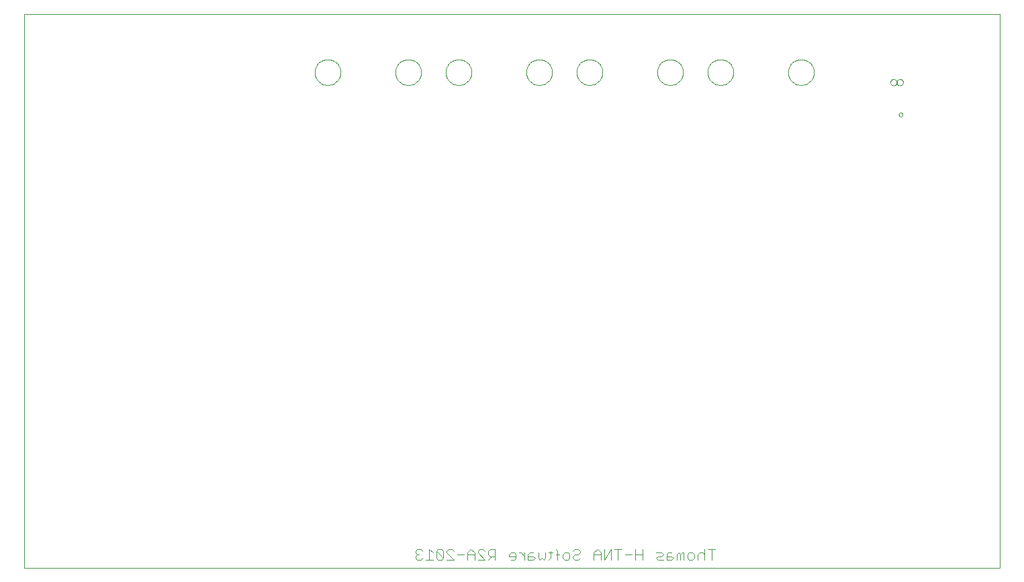
<source format=gbo>
G75*
G70*
%OFA0B0*%
%FSLAX24Y24*%
%IPPOS*%
%LPD*%
%AMOC8*
5,1,8,0,0,1.08239X$1,22.5*
%
%ADD10C,0.0000*%
%ADD11C,0.0040*%
D10*
X025613Y013467D02*
X025613Y041026D01*
X074038Y041026D01*
X074038Y013467D01*
X025613Y013467D01*
X069017Y036021D02*
X069019Y036040D01*
X069024Y036059D01*
X069034Y036075D01*
X069046Y036090D01*
X069061Y036102D01*
X069077Y036112D01*
X069096Y036117D01*
X069115Y036119D01*
X069134Y036117D01*
X069153Y036112D01*
X069169Y036102D01*
X069184Y036090D01*
X069196Y036075D01*
X069206Y036059D01*
X069211Y036040D01*
X069213Y036021D01*
X069211Y036002D01*
X069206Y035983D01*
X069196Y035967D01*
X069184Y035952D01*
X069169Y035940D01*
X069153Y035930D01*
X069134Y035925D01*
X069115Y035923D01*
X069096Y035925D01*
X069077Y035930D01*
X069061Y035940D01*
X069046Y035952D01*
X069034Y035967D01*
X069024Y035983D01*
X069019Y036002D01*
X069017Y036021D01*
X068919Y037617D02*
X068921Y037642D01*
X068927Y037666D01*
X068936Y037688D01*
X068949Y037709D01*
X068965Y037728D01*
X068984Y037744D01*
X069005Y037757D01*
X069027Y037766D01*
X069051Y037772D01*
X069076Y037774D01*
X069101Y037772D01*
X069125Y037766D01*
X069147Y037757D01*
X069168Y037744D01*
X069187Y037728D01*
X069203Y037709D01*
X069216Y037688D01*
X069225Y037666D01*
X069231Y037642D01*
X069233Y037617D01*
X069231Y037592D01*
X069225Y037568D01*
X069216Y037546D01*
X069203Y037525D01*
X069187Y037506D01*
X069168Y037490D01*
X069147Y037477D01*
X069125Y037468D01*
X069101Y037462D01*
X069076Y037460D01*
X069051Y037462D01*
X069027Y037468D01*
X069005Y037477D01*
X068984Y037490D01*
X068965Y037506D01*
X068949Y037525D01*
X068936Y037546D01*
X068927Y037568D01*
X068921Y037592D01*
X068919Y037617D01*
X068604Y037617D02*
X068606Y037642D01*
X068612Y037666D01*
X068621Y037688D01*
X068634Y037709D01*
X068650Y037728D01*
X068669Y037744D01*
X068690Y037757D01*
X068712Y037766D01*
X068736Y037772D01*
X068761Y037774D01*
X068786Y037772D01*
X068810Y037766D01*
X068832Y037757D01*
X068853Y037744D01*
X068872Y037728D01*
X068888Y037709D01*
X068901Y037688D01*
X068910Y037666D01*
X068916Y037642D01*
X068918Y037617D01*
X068916Y037592D01*
X068910Y037568D01*
X068901Y037546D01*
X068888Y037525D01*
X068872Y037506D01*
X068853Y037490D01*
X068832Y037477D01*
X068810Y037468D01*
X068786Y037462D01*
X068761Y037460D01*
X068736Y037462D01*
X068712Y037468D01*
X068690Y037477D01*
X068669Y037490D01*
X068650Y037506D01*
X068634Y037525D01*
X068621Y037546D01*
X068612Y037568D01*
X068606Y037592D01*
X068604Y037617D01*
X063528Y038117D02*
X063530Y038167D01*
X063536Y038217D01*
X063546Y038266D01*
X063559Y038315D01*
X063577Y038362D01*
X063598Y038408D01*
X063622Y038451D01*
X063650Y038493D01*
X063681Y038533D01*
X063715Y038570D01*
X063752Y038604D01*
X063792Y038635D01*
X063834Y038663D01*
X063877Y038687D01*
X063923Y038708D01*
X063970Y038726D01*
X064019Y038739D01*
X064068Y038749D01*
X064118Y038755D01*
X064168Y038757D01*
X064218Y038755D01*
X064268Y038749D01*
X064317Y038739D01*
X064366Y038726D01*
X064413Y038708D01*
X064459Y038687D01*
X064502Y038663D01*
X064544Y038635D01*
X064584Y038604D01*
X064621Y038570D01*
X064655Y038533D01*
X064686Y038493D01*
X064714Y038451D01*
X064738Y038408D01*
X064759Y038362D01*
X064777Y038315D01*
X064790Y038266D01*
X064800Y038217D01*
X064806Y038167D01*
X064808Y038117D01*
X064806Y038067D01*
X064800Y038017D01*
X064790Y037968D01*
X064777Y037919D01*
X064759Y037872D01*
X064738Y037826D01*
X064714Y037783D01*
X064686Y037741D01*
X064655Y037701D01*
X064621Y037664D01*
X064584Y037630D01*
X064544Y037599D01*
X064502Y037571D01*
X064459Y037547D01*
X064413Y037526D01*
X064366Y037508D01*
X064317Y037495D01*
X064268Y037485D01*
X064218Y037479D01*
X064168Y037477D01*
X064118Y037479D01*
X064068Y037485D01*
X064019Y037495D01*
X063970Y037508D01*
X063923Y037526D01*
X063877Y037547D01*
X063834Y037571D01*
X063792Y037599D01*
X063752Y037630D01*
X063715Y037664D01*
X063681Y037701D01*
X063650Y037741D01*
X063622Y037783D01*
X063598Y037826D01*
X063577Y037872D01*
X063559Y037919D01*
X063546Y037968D01*
X063536Y038017D01*
X063530Y038067D01*
X063528Y038117D01*
X059528Y038117D02*
X059530Y038167D01*
X059536Y038217D01*
X059546Y038266D01*
X059559Y038315D01*
X059577Y038362D01*
X059598Y038408D01*
X059622Y038451D01*
X059650Y038493D01*
X059681Y038533D01*
X059715Y038570D01*
X059752Y038604D01*
X059792Y038635D01*
X059834Y038663D01*
X059877Y038687D01*
X059923Y038708D01*
X059970Y038726D01*
X060019Y038739D01*
X060068Y038749D01*
X060118Y038755D01*
X060168Y038757D01*
X060218Y038755D01*
X060268Y038749D01*
X060317Y038739D01*
X060366Y038726D01*
X060413Y038708D01*
X060459Y038687D01*
X060502Y038663D01*
X060544Y038635D01*
X060584Y038604D01*
X060621Y038570D01*
X060655Y038533D01*
X060686Y038493D01*
X060714Y038451D01*
X060738Y038408D01*
X060759Y038362D01*
X060777Y038315D01*
X060790Y038266D01*
X060800Y038217D01*
X060806Y038167D01*
X060808Y038117D01*
X060806Y038067D01*
X060800Y038017D01*
X060790Y037968D01*
X060777Y037919D01*
X060759Y037872D01*
X060738Y037826D01*
X060714Y037783D01*
X060686Y037741D01*
X060655Y037701D01*
X060621Y037664D01*
X060584Y037630D01*
X060544Y037599D01*
X060502Y037571D01*
X060459Y037547D01*
X060413Y037526D01*
X060366Y037508D01*
X060317Y037495D01*
X060268Y037485D01*
X060218Y037479D01*
X060168Y037477D01*
X060118Y037479D01*
X060068Y037485D01*
X060019Y037495D01*
X059970Y037508D01*
X059923Y037526D01*
X059877Y037547D01*
X059834Y037571D01*
X059792Y037599D01*
X059752Y037630D01*
X059715Y037664D01*
X059681Y037701D01*
X059650Y037741D01*
X059622Y037783D01*
X059598Y037826D01*
X059577Y037872D01*
X059559Y037919D01*
X059546Y037968D01*
X059536Y038017D01*
X059530Y038067D01*
X059528Y038117D01*
X057028Y038117D02*
X057030Y038167D01*
X057036Y038217D01*
X057046Y038266D01*
X057059Y038315D01*
X057077Y038362D01*
X057098Y038408D01*
X057122Y038451D01*
X057150Y038493D01*
X057181Y038533D01*
X057215Y038570D01*
X057252Y038604D01*
X057292Y038635D01*
X057334Y038663D01*
X057377Y038687D01*
X057423Y038708D01*
X057470Y038726D01*
X057519Y038739D01*
X057568Y038749D01*
X057618Y038755D01*
X057668Y038757D01*
X057718Y038755D01*
X057768Y038749D01*
X057817Y038739D01*
X057866Y038726D01*
X057913Y038708D01*
X057959Y038687D01*
X058002Y038663D01*
X058044Y038635D01*
X058084Y038604D01*
X058121Y038570D01*
X058155Y038533D01*
X058186Y038493D01*
X058214Y038451D01*
X058238Y038408D01*
X058259Y038362D01*
X058277Y038315D01*
X058290Y038266D01*
X058300Y038217D01*
X058306Y038167D01*
X058308Y038117D01*
X058306Y038067D01*
X058300Y038017D01*
X058290Y037968D01*
X058277Y037919D01*
X058259Y037872D01*
X058238Y037826D01*
X058214Y037783D01*
X058186Y037741D01*
X058155Y037701D01*
X058121Y037664D01*
X058084Y037630D01*
X058044Y037599D01*
X058002Y037571D01*
X057959Y037547D01*
X057913Y037526D01*
X057866Y037508D01*
X057817Y037495D01*
X057768Y037485D01*
X057718Y037479D01*
X057668Y037477D01*
X057618Y037479D01*
X057568Y037485D01*
X057519Y037495D01*
X057470Y037508D01*
X057423Y037526D01*
X057377Y037547D01*
X057334Y037571D01*
X057292Y037599D01*
X057252Y037630D01*
X057215Y037664D01*
X057181Y037701D01*
X057150Y037741D01*
X057122Y037783D01*
X057098Y037826D01*
X057077Y037872D01*
X057059Y037919D01*
X057046Y037968D01*
X057036Y038017D01*
X057030Y038067D01*
X057028Y038117D01*
X053028Y038117D02*
X053030Y038167D01*
X053036Y038217D01*
X053046Y038266D01*
X053059Y038315D01*
X053077Y038362D01*
X053098Y038408D01*
X053122Y038451D01*
X053150Y038493D01*
X053181Y038533D01*
X053215Y038570D01*
X053252Y038604D01*
X053292Y038635D01*
X053334Y038663D01*
X053377Y038687D01*
X053423Y038708D01*
X053470Y038726D01*
X053519Y038739D01*
X053568Y038749D01*
X053618Y038755D01*
X053668Y038757D01*
X053718Y038755D01*
X053768Y038749D01*
X053817Y038739D01*
X053866Y038726D01*
X053913Y038708D01*
X053959Y038687D01*
X054002Y038663D01*
X054044Y038635D01*
X054084Y038604D01*
X054121Y038570D01*
X054155Y038533D01*
X054186Y038493D01*
X054214Y038451D01*
X054238Y038408D01*
X054259Y038362D01*
X054277Y038315D01*
X054290Y038266D01*
X054300Y038217D01*
X054306Y038167D01*
X054308Y038117D01*
X054306Y038067D01*
X054300Y038017D01*
X054290Y037968D01*
X054277Y037919D01*
X054259Y037872D01*
X054238Y037826D01*
X054214Y037783D01*
X054186Y037741D01*
X054155Y037701D01*
X054121Y037664D01*
X054084Y037630D01*
X054044Y037599D01*
X054002Y037571D01*
X053959Y037547D01*
X053913Y037526D01*
X053866Y037508D01*
X053817Y037495D01*
X053768Y037485D01*
X053718Y037479D01*
X053668Y037477D01*
X053618Y037479D01*
X053568Y037485D01*
X053519Y037495D01*
X053470Y037508D01*
X053423Y037526D01*
X053377Y037547D01*
X053334Y037571D01*
X053292Y037599D01*
X053252Y037630D01*
X053215Y037664D01*
X053181Y037701D01*
X053150Y037741D01*
X053122Y037783D01*
X053098Y037826D01*
X053077Y037872D01*
X053059Y037919D01*
X053046Y037968D01*
X053036Y038017D01*
X053030Y038067D01*
X053028Y038117D01*
X050528Y038117D02*
X050530Y038167D01*
X050536Y038217D01*
X050546Y038266D01*
X050559Y038315D01*
X050577Y038362D01*
X050598Y038408D01*
X050622Y038451D01*
X050650Y038493D01*
X050681Y038533D01*
X050715Y038570D01*
X050752Y038604D01*
X050792Y038635D01*
X050834Y038663D01*
X050877Y038687D01*
X050923Y038708D01*
X050970Y038726D01*
X051019Y038739D01*
X051068Y038749D01*
X051118Y038755D01*
X051168Y038757D01*
X051218Y038755D01*
X051268Y038749D01*
X051317Y038739D01*
X051366Y038726D01*
X051413Y038708D01*
X051459Y038687D01*
X051502Y038663D01*
X051544Y038635D01*
X051584Y038604D01*
X051621Y038570D01*
X051655Y038533D01*
X051686Y038493D01*
X051714Y038451D01*
X051738Y038408D01*
X051759Y038362D01*
X051777Y038315D01*
X051790Y038266D01*
X051800Y038217D01*
X051806Y038167D01*
X051808Y038117D01*
X051806Y038067D01*
X051800Y038017D01*
X051790Y037968D01*
X051777Y037919D01*
X051759Y037872D01*
X051738Y037826D01*
X051714Y037783D01*
X051686Y037741D01*
X051655Y037701D01*
X051621Y037664D01*
X051584Y037630D01*
X051544Y037599D01*
X051502Y037571D01*
X051459Y037547D01*
X051413Y037526D01*
X051366Y037508D01*
X051317Y037495D01*
X051268Y037485D01*
X051218Y037479D01*
X051168Y037477D01*
X051118Y037479D01*
X051068Y037485D01*
X051019Y037495D01*
X050970Y037508D01*
X050923Y037526D01*
X050877Y037547D01*
X050834Y037571D01*
X050792Y037599D01*
X050752Y037630D01*
X050715Y037664D01*
X050681Y037701D01*
X050650Y037741D01*
X050622Y037783D01*
X050598Y037826D01*
X050577Y037872D01*
X050559Y037919D01*
X050546Y037968D01*
X050536Y038017D01*
X050530Y038067D01*
X050528Y038117D01*
X046528Y038117D02*
X046530Y038167D01*
X046536Y038217D01*
X046546Y038266D01*
X046559Y038315D01*
X046577Y038362D01*
X046598Y038408D01*
X046622Y038451D01*
X046650Y038493D01*
X046681Y038533D01*
X046715Y038570D01*
X046752Y038604D01*
X046792Y038635D01*
X046834Y038663D01*
X046877Y038687D01*
X046923Y038708D01*
X046970Y038726D01*
X047019Y038739D01*
X047068Y038749D01*
X047118Y038755D01*
X047168Y038757D01*
X047218Y038755D01*
X047268Y038749D01*
X047317Y038739D01*
X047366Y038726D01*
X047413Y038708D01*
X047459Y038687D01*
X047502Y038663D01*
X047544Y038635D01*
X047584Y038604D01*
X047621Y038570D01*
X047655Y038533D01*
X047686Y038493D01*
X047714Y038451D01*
X047738Y038408D01*
X047759Y038362D01*
X047777Y038315D01*
X047790Y038266D01*
X047800Y038217D01*
X047806Y038167D01*
X047808Y038117D01*
X047806Y038067D01*
X047800Y038017D01*
X047790Y037968D01*
X047777Y037919D01*
X047759Y037872D01*
X047738Y037826D01*
X047714Y037783D01*
X047686Y037741D01*
X047655Y037701D01*
X047621Y037664D01*
X047584Y037630D01*
X047544Y037599D01*
X047502Y037571D01*
X047459Y037547D01*
X047413Y037526D01*
X047366Y037508D01*
X047317Y037495D01*
X047268Y037485D01*
X047218Y037479D01*
X047168Y037477D01*
X047118Y037479D01*
X047068Y037485D01*
X047019Y037495D01*
X046970Y037508D01*
X046923Y037526D01*
X046877Y037547D01*
X046834Y037571D01*
X046792Y037599D01*
X046752Y037630D01*
X046715Y037664D01*
X046681Y037701D01*
X046650Y037741D01*
X046622Y037783D01*
X046598Y037826D01*
X046577Y037872D01*
X046559Y037919D01*
X046546Y037968D01*
X046536Y038017D01*
X046530Y038067D01*
X046528Y038117D01*
X044028Y038117D02*
X044030Y038167D01*
X044036Y038217D01*
X044046Y038266D01*
X044059Y038315D01*
X044077Y038362D01*
X044098Y038408D01*
X044122Y038451D01*
X044150Y038493D01*
X044181Y038533D01*
X044215Y038570D01*
X044252Y038604D01*
X044292Y038635D01*
X044334Y038663D01*
X044377Y038687D01*
X044423Y038708D01*
X044470Y038726D01*
X044519Y038739D01*
X044568Y038749D01*
X044618Y038755D01*
X044668Y038757D01*
X044718Y038755D01*
X044768Y038749D01*
X044817Y038739D01*
X044866Y038726D01*
X044913Y038708D01*
X044959Y038687D01*
X045002Y038663D01*
X045044Y038635D01*
X045084Y038604D01*
X045121Y038570D01*
X045155Y038533D01*
X045186Y038493D01*
X045214Y038451D01*
X045238Y038408D01*
X045259Y038362D01*
X045277Y038315D01*
X045290Y038266D01*
X045300Y038217D01*
X045306Y038167D01*
X045308Y038117D01*
X045306Y038067D01*
X045300Y038017D01*
X045290Y037968D01*
X045277Y037919D01*
X045259Y037872D01*
X045238Y037826D01*
X045214Y037783D01*
X045186Y037741D01*
X045155Y037701D01*
X045121Y037664D01*
X045084Y037630D01*
X045044Y037599D01*
X045002Y037571D01*
X044959Y037547D01*
X044913Y037526D01*
X044866Y037508D01*
X044817Y037495D01*
X044768Y037485D01*
X044718Y037479D01*
X044668Y037477D01*
X044618Y037479D01*
X044568Y037485D01*
X044519Y037495D01*
X044470Y037508D01*
X044423Y037526D01*
X044377Y037547D01*
X044334Y037571D01*
X044292Y037599D01*
X044252Y037630D01*
X044215Y037664D01*
X044181Y037701D01*
X044150Y037741D01*
X044122Y037783D01*
X044098Y037826D01*
X044077Y037872D01*
X044059Y037919D01*
X044046Y037968D01*
X044036Y038017D01*
X044030Y038067D01*
X044028Y038117D01*
X040028Y038117D02*
X040030Y038167D01*
X040036Y038217D01*
X040046Y038266D01*
X040059Y038315D01*
X040077Y038362D01*
X040098Y038408D01*
X040122Y038451D01*
X040150Y038493D01*
X040181Y038533D01*
X040215Y038570D01*
X040252Y038604D01*
X040292Y038635D01*
X040334Y038663D01*
X040377Y038687D01*
X040423Y038708D01*
X040470Y038726D01*
X040519Y038739D01*
X040568Y038749D01*
X040618Y038755D01*
X040668Y038757D01*
X040718Y038755D01*
X040768Y038749D01*
X040817Y038739D01*
X040866Y038726D01*
X040913Y038708D01*
X040959Y038687D01*
X041002Y038663D01*
X041044Y038635D01*
X041084Y038604D01*
X041121Y038570D01*
X041155Y038533D01*
X041186Y038493D01*
X041214Y038451D01*
X041238Y038408D01*
X041259Y038362D01*
X041277Y038315D01*
X041290Y038266D01*
X041300Y038217D01*
X041306Y038167D01*
X041308Y038117D01*
X041306Y038067D01*
X041300Y038017D01*
X041290Y037968D01*
X041277Y037919D01*
X041259Y037872D01*
X041238Y037826D01*
X041214Y037783D01*
X041186Y037741D01*
X041155Y037701D01*
X041121Y037664D01*
X041084Y037630D01*
X041044Y037599D01*
X041002Y037571D01*
X040959Y037547D01*
X040913Y037526D01*
X040866Y037508D01*
X040817Y037495D01*
X040768Y037485D01*
X040718Y037479D01*
X040668Y037477D01*
X040618Y037479D01*
X040568Y037485D01*
X040519Y037495D01*
X040470Y037508D01*
X040423Y037526D01*
X040377Y037547D01*
X040334Y037571D01*
X040292Y037599D01*
X040252Y037630D01*
X040215Y037664D01*
X040181Y037701D01*
X040150Y037741D01*
X040122Y037783D01*
X040098Y037826D01*
X040077Y037872D01*
X040059Y037919D01*
X040046Y037968D01*
X040036Y038017D01*
X040030Y038067D01*
X040028Y038117D01*
D11*
X045114Y014407D02*
X045027Y014321D01*
X045027Y014234D01*
X045114Y014147D01*
X045027Y014060D01*
X045027Y013974D01*
X045114Y013887D01*
X045288Y013887D01*
X045374Y013974D01*
X045543Y013887D02*
X045890Y013887D01*
X045716Y013887D02*
X045716Y014407D01*
X045890Y014234D01*
X046059Y014321D02*
X046406Y013974D01*
X046319Y013887D01*
X046145Y013887D01*
X046059Y013974D01*
X046059Y014321D01*
X046145Y014407D01*
X046319Y014407D01*
X046406Y014321D01*
X046406Y013974D01*
X046574Y013887D02*
X046921Y013887D01*
X046574Y014234D01*
X046574Y014321D01*
X046661Y014407D01*
X046835Y014407D01*
X046921Y014321D01*
X047090Y014147D02*
X047437Y014147D01*
X047606Y014147D02*
X047953Y014147D01*
X047953Y014234D02*
X047779Y014407D01*
X047606Y014234D01*
X047606Y013887D01*
X047953Y013887D02*
X047953Y014234D01*
X048121Y014234D02*
X048121Y014321D01*
X048208Y014407D01*
X048381Y014407D01*
X048468Y014321D01*
X048637Y014321D02*
X048637Y014147D01*
X048724Y014060D01*
X048984Y014060D01*
X048984Y013887D02*
X048984Y014407D01*
X048724Y014407D01*
X048637Y014321D01*
X048810Y014060D02*
X048637Y013887D01*
X048468Y013887D02*
X048121Y014234D01*
X048121Y013887D02*
X048468Y013887D01*
X049668Y014060D02*
X050015Y014060D01*
X050015Y013974D02*
X050015Y014147D01*
X049928Y014234D01*
X049755Y014234D01*
X049668Y014147D01*
X049668Y014060D01*
X049755Y013887D02*
X049928Y013887D01*
X050015Y013974D01*
X050185Y014234D02*
X050271Y014234D01*
X050445Y014060D01*
X050613Y014060D02*
X050874Y014060D01*
X050960Y013974D01*
X050874Y013887D01*
X050613Y013887D01*
X050613Y014147D01*
X050700Y014234D01*
X050874Y014234D01*
X051129Y014234D02*
X051129Y013974D01*
X051216Y013887D01*
X051303Y013974D01*
X051389Y013887D01*
X051476Y013974D01*
X051476Y014234D01*
X051646Y014234D02*
X051820Y014234D01*
X051733Y014321D02*
X051733Y013974D01*
X051646Y013887D01*
X052077Y013887D02*
X052077Y014321D01*
X051990Y014407D01*
X051990Y014147D02*
X052164Y014147D01*
X052332Y014147D02*
X052332Y013974D01*
X052419Y013887D01*
X052592Y013887D01*
X052679Y013974D01*
X052679Y014147D01*
X052592Y014234D01*
X052419Y014234D01*
X052332Y014147D01*
X052848Y014060D02*
X052848Y013974D01*
X052935Y013887D01*
X053108Y013887D01*
X053195Y013974D01*
X053108Y014147D02*
X052935Y014147D01*
X052848Y014060D01*
X052848Y014321D02*
X052935Y014407D01*
X053108Y014407D01*
X053195Y014321D01*
X053195Y014234D01*
X053108Y014147D01*
X053879Y014147D02*
X054226Y014147D01*
X054226Y014234D02*
X054053Y014407D01*
X053879Y014234D01*
X053879Y013887D01*
X054226Y013887D02*
X054226Y014234D01*
X054395Y014407D02*
X054395Y013887D01*
X054742Y014407D01*
X054742Y013887D01*
X055084Y013887D02*
X055084Y014407D01*
X055257Y014407D02*
X054910Y014407D01*
X055426Y014147D02*
X055773Y014147D01*
X055942Y014147D02*
X056289Y014147D01*
X056289Y013887D02*
X056289Y014407D01*
X055942Y014407D02*
X055942Y013887D01*
X056973Y013974D02*
X057060Y014060D01*
X057233Y014060D01*
X057320Y014147D01*
X057233Y014234D01*
X056973Y014234D01*
X056973Y013974D02*
X057060Y013887D01*
X057320Y013887D01*
X057489Y013887D02*
X057489Y014147D01*
X057575Y014234D01*
X057749Y014234D01*
X057749Y014060D02*
X057489Y014060D01*
X057489Y013887D02*
X057749Y013887D01*
X057836Y013974D01*
X057749Y014060D01*
X058004Y014147D02*
X058004Y013887D01*
X058178Y013887D02*
X058178Y014147D01*
X058091Y014234D01*
X058004Y014147D01*
X058178Y014147D02*
X058265Y014234D01*
X058351Y014234D01*
X058351Y013887D01*
X058520Y013974D02*
X058520Y014147D01*
X058607Y014234D01*
X058780Y014234D01*
X058867Y014147D01*
X058867Y013974D01*
X058780Y013887D01*
X058607Y013887D01*
X058520Y013974D01*
X059036Y013887D02*
X059036Y014147D01*
X059122Y014234D01*
X059296Y014234D01*
X059383Y014147D01*
X059383Y014407D02*
X059383Y013887D01*
X059725Y013887D02*
X059725Y014407D01*
X059898Y014407D02*
X059551Y014407D01*
X050445Y014234D02*
X050445Y013887D01*
X045374Y014321D02*
X045288Y014407D01*
X045114Y014407D01*
X045114Y014147D02*
X045201Y014147D01*
M02*

</source>
